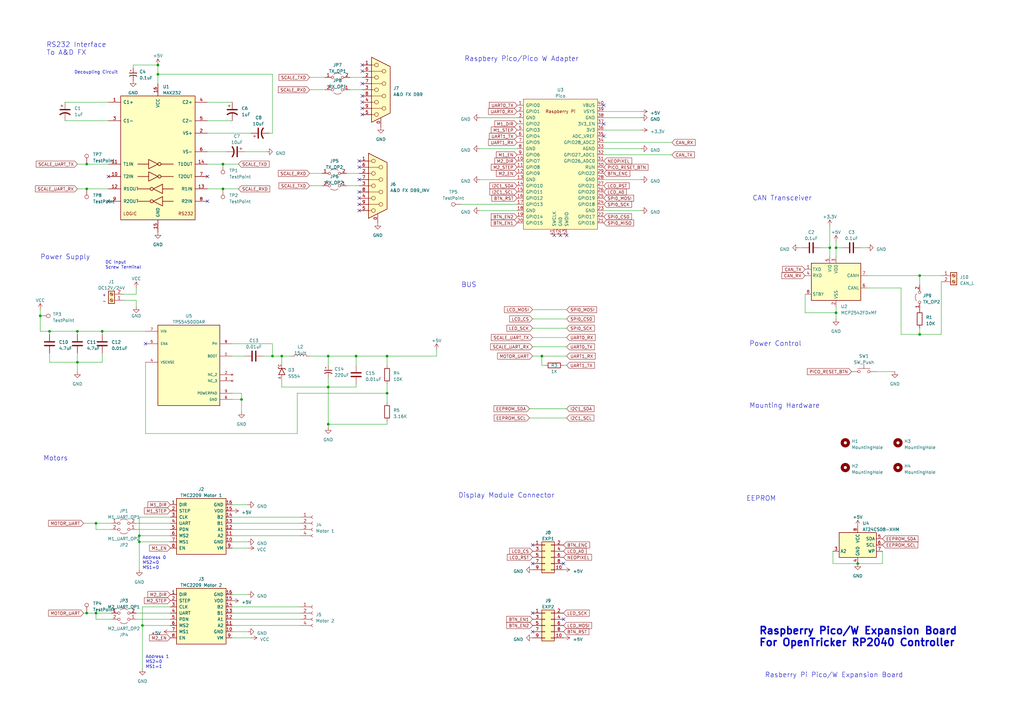
<source format=kicad_sch>
(kicad_sch (version 20230121) (generator eeschema)
  (paper "A3")
  (junction (at 222.25 146.05))
  (junction (at 351.79 231.14))
  (junction (at 158.75 161.29))
  (junction (at 58.42 256.54))
  (junction (at 134.62 173.99))
  (junction (at 35.56 77.47))
  (junction (at 91.44 77.47))
  (junction (at 57.15 222.25))
  (junction (at 134.62 158.75))
  (junction (at 35.56 251.46))
  (junction (at 99.06 163.83))
  (junction (at 340.36 101.6))
  (junction (at 31.75 135.89))
  (junction (at 41.91 135.89))
  (junction (at 146.05 146.05))
  (junction (at 158.75 146.05))
  (junction (at 39.37 251.46))
  (junction (at 377.19 137.16))
  (junction (at 111.76 146.05))
  (junction (at 342.9 101.6))
  (junction (at 134.62 146.05))
  (junction (at 35.56 67.31))
  (junction (at 377.19 113.03))
  (junction (at 91.44 67.31))
  (junction (at 31.75 148.59))
  (junction (at 342.9 128.27))
  (junction (at 57.15 219.71))
  (junction (at 16.51 129.54))
  (junction (at 64.77 26.67))
  (junction (at 20.32 135.89))
  (junction (at 115.57 146.05))
  (junction (at 64.77 30.48))
  (junction (at 39.37 214.63))
  (no_connect (at 148.59 46.99))
  (no_connect (at 229.87 96.52))
  (no_connect (at 218.44 231.14))
  (no_connect (at 44.45 72.39))
  (no_connect (at 247.65 55.88))
  (no_connect (at 147.32 78.74))
  (no_connect (at 148.59 34.29))
  (no_connect (at 147.32 86.36))
  (no_connect (at 148.59 39.37))
  (no_connect (at 148.59 41.91))
  (no_connect (at 44.45 82.55))
  (no_connect (at 148.59 44.45))
  (no_connect (at 227.33 96.52))
  (no_connect (at 147.32 66.04))
  (no_connect (at 148.59 29.21))
  (no_connect (at 232.41 96.52))
  (no_connect (at 147.32 73.66))
  (no_connect (at 231.14 254))
  (no_connect (at 247.65 50.8))
  (no_connect (at 147.32 68.58))
  (no_connect (at 147.32 81.28))
  (no_connect (at 147.32 83.82))
  (no_connect (at 59.69 140.97))
  (no_connect (at 148.59 26.67))
  (no_connect (at 231.14 231.14))
  (no_connect (at 247.65 43.18))
  (no_connect (at 85.09 72.39))
  (no_connect (at 218.44 251.46))
  (no_connect (at 218.44 223.52))
  (no_connect (at 218.44 259.08))
  (no_connect (at 85.09 82.55))
  (wire (pts (xy 58.42 256.54) (xy 58.42 274.32)))
  (wire (pts (xy 26.67 41.91) (xy 44.45 41.91)))
  (wire (pts (xy 55.88 123.19) (xy 55.88 125.73)))
  (wire (pts (xy 101.6 224.79) (xy 95.25 224.79)))
  (wire (pts (xy 361.95 226.06) (xy 361.95 231.14)))
  (wire (pts (xy 134.62 158.75) (xy 134.62 173.99)))
  (wire (pts (xy 158.75 146.05) (xy 179.07 146.05)))
  (wire (pts (xy 262.89 60.96) (xy 247.65 60.96)))
  (wire (pts (xy 218.44 130.81) (xy 232.41 130.81)))
  (wire (pts (xy 359.41 152.4) (xy 367.03 152.4)))
  (wire (pts (xy 232.41 142.24) (xy 218.44 142.24)))
  (wire (pts (xy 341.63 226.06) (xy 341.63 231.14)))
  (wire (pts (xy 34.29 251.46) (xy 35.56 251.46)))
  (wire (pts (xy 95.25 214.63) (xy 123.19 214.63)))
  (wire (pts (xy 134.62 154.94) (xy 134.62 158.75)))
  (wire (pts (xy 50.8 120.65) (xy 55.88 120.65)))
  (wire (pts (xy 111.76 146.05) (xy 115.57 146.05)))
  (wire (pts (xy 95.25 212.09) (xy 123.19 212.09)))
  (wire (pts (xy 134.62 146.05) (xy 146.05 146.05)))
  (wire (pts (xy 54.61 26.67) (xy 64.77 26.67)))
  (wire (pts (xy 196.85 73.66) (xy 212.09 73.66)))
  (wire (pts (xy 59.69 148.59) (xy 59.69 177.8)))
  (wire (pts (xy 39.37 254) (xy 39.37 251.46)))
  (wire (pts (xy 355.6 118.11) (xy 369.57 118.11)))
  (wire (pts (xy 85.09 54.61) (xy 102.87 54.61)))
  (wire (pts (xy 31.75 135.89) (xy 41.91 135.89)))
  (wire (pts (xy 342.9 101.6) (xy 345.44 101.6)))
  (wire (pts (xy 143.51 36.83) (xy 148.59 36.83)))
  (wire (pts (xy 20.32 144.78) (xy 20.32 148.59)))
  (wire (pts (xy 369.57 118.11) (xy 369.57 137.16)))
  (wire (pts (xy 101.6 243.84) (xy 95.25 243.84)))
  (wire (pts (xy 69.85 256.54) (xy 58.42 256.54)))
  (wire (pts (xy 115.57 146.05) (xy 115.57 149.86)))
  (wire (pts (xy 341.63 231.14) (xy 351.79 231.14)))
  (wire (pts (xy 85.09 41.91) (xy 95.25 41.91)))
  (wire (pts (xy 55.88 120.65) (xy 55.88 118.11)))
  (wire (pts (xy 222.25 146.05) (xy 232.41 146.05)))
  (wire (pts (xy 386.08 115.57) (xy 386.08 137.16)))
  (wire (pts (xy 45.72 217.17) (xy 39.37 217.17)))
  (wire (pts (xy 20.32 148.59) (xy 31.75 148.59)))
  (wire (pts (xy 95.25 256.54) (xy 123.19 256.54)))
  (wire (pts (xy 41.91 135.89) (xy 41.91 137.16)))
  (wire (pts (xy 35.56 77.47) (xy 44.45 77.47)))
  (wire (pts (xy 55.88 214.63) (xy 69.85 214.63)))
  (wire (pts (xy 20.32 135.89) (xy 20.32 137.16)))
  (wire (pts (xy 342.9 101.6) (xy 342.9 105.41)))
  (wire (pts (xy 340.36 92.71) (xy 340.36 101.6)))
  (wire (pts (xy 115.57 154.94) (xy 115.57 158.75)))
  (wire (pts (xy 102.87 261.62) (xy 95.25 261.62)))
  (wire (pts (xy 54.61 27.94) (xy 54.61 26.67)))
  (wire (pts (xy 55.88 254) (xy 69.85 254)))
  (wire (pts (xy 95.25 163.83) (xy 99.06 163.83)))
  (wire (pts (xy 39.37 214.63) (xy 45.72 214.63)))
  (wire (pts (xy 369.57 137.16) (xy 377.19 137.16)))
  (wire (pts (xy 107.95 146.05) (xy 111.76 146.05)))
  (wire (pts (xy 100.33 62.23) (xy 109.22 62.23)))
  (wire (pts (xy 179.07 146.05) (xy 179.07 143.51)))
  (wire (pts (xy 158.75 157.48) (xy 158.75 161.29)))
  (wire (pts (xy 111.76 140.97) (xy 111.76 146.05)))
  (wire (pts (xy 115.57 146.05) (xy 119.38 146.05)))
  (wire (pts (xy 35.56 251.46) (xy 39.37 251.46)))
  (wire (pts (xy 95.25 222.25) (xy 101.6 222.25)))
  (wire (pts (xy 85.09 49.53) (xy 95.25 49.53)))
  (wire (pts (xy 218.44 138.43) (xy 232.41 138.43)))
  (wire (pts (xy 355.6 113.03) (xy 377.19 113.03)))
  (wire (pts (xy 146.05 146.05) (xy 146.05 149.86)))
  (wire (pts (xy 58.42 248.92) (xy 58.42 256.54)))
  (wire (pts (xy 127 146.05) (xy 134.62 146.05)))
  (wire (pts (xy 361.95 231.14) (xy 351.79 231.14)))
  (wire (pts (xy 342.9 125.73) (xy 342.9 128.27)))
  (wire (pts (xy 111.76 54.61) (xy 111.76 30.48)))
  (wire (pts (xy 377.19 137.16) (xy 377.19 134.62)))
  (wire (pts (xy 26.67 49.53) (xy 44.45 49.53)))
  (wire (pts (xy 20.32 135.89) (xy 31.75 135.89)))
  (wire (pts (xy 330.2 120.65) (xy 330.2 128.27)))
  (wire (pts (xy 16.51 127) (xy 16.51 129.54)))
  (wire (pts (xy 16.51 129.54) (xy 16.51 135.89)))
  (wire (pts (xy 158.75 161.29) (xy 158.75 165.1)))
  (wire (pts (xy 143.51 31.75) (xy 148.59 31.75)))
  (wire (pts (xy 69.85 212.09) (xy 57.15 212.09)))
  (wire (pts (xy 353.06 101.6) (xy 355.6 101.6)))
  (wire (pts (xy 327.66 101.6) (xy 328.93 101.6)))
  (wire (pts (xy 231.14 149.86) (xy 232.41 149.86)))
  (wire (pts (xy 222.25 146.05) (xy 222.25 149.86)))
  (wire (pts (xy 146.05 157.48) (xy 146.05 158.75)))
  (wire (pts (xy 95.25 251.46) (xy 123.19 251.46)))
  (wire (pts (xy 275.59 58.42) (xy 247.65 58.42)))
  (wire (pts (xy 95.25 259.08) (xy 101.6 259.08)))
  (wire (pts (xy 196.85 60.96) (xy 212.09 60.96)))
  (wire (pts (xy 275.59 63.5) (xy 247.65 63.5)))
  (wire (pts (xy 97.79 67.31) (xy 91.44 67.31)))
  (wire (pts (xy 95.25 217.17) (xy 123.19 217.17)))
  (wire (pts (xy 39.37 217.17) (xy 39.37 214.63)))
  (wire (pts (xy 50.8 123.19) (xy 55.88 123.19)))
  (wire (pts (xy 342.9 99.06) (xy 342.9 101.6)))
  (wire (pts (xy 262.89 86.36) (xy 247.65 86.36)))
  (wire (pts (xy 99.06 161.29) (xy 99.06 163.83)))
  (wire (pts (xy 134.62 146.05) (xy 134.62 149.86)))
  (wire (pts (xy 69.85 248.92) (xy 58.42 248.92)))
  (wire (pts (xy 59.69 177.8) (xy 121.92 177.8)))
  (wire (pts (xy 69.85 219.71) (xy 57.15 219.71)))
  (wire (pts (xy 330.2 128.27) (xy 342.9 128.27)))
  (wire (pts (xy 95.25 254) (xy 123.19 254)))
  (wire (pts (xy 41.91 148.59) (xy 31.75 148.59)))
  (wire (pts (xy 336.55 101.6) (xy 340.36 101.6)))
  (wire (pts (xy 262.89 53.34) (xy 247.65 53.34)))
  (wire (pts (xy 127 36.83) (xy 133.35 36.83)))
  (wire (pts (xy 142.24 71.12) (xy 147.32 71.12)))
  (wire (pts (xy 196.85 48.26) (xy 212.09 48.26)))
  (wire (pts (xy 41.91 135.89) (xy 59.69 135.89)))
  (wire (pts (xy 110.49 54.61) (xy 111.76 54.61)))
  (wire (pts (xy 217.17 171.45) (xy 232.41 171.45)))
  (wire (pts (xy 158.75 173.99) (xy 134.62 173.99)))
  (wire (pts (xy 223.52 149.86) (xy 222.25 149.86)))
  (wire (pts (xy 121.92 177.8) (xy 121.92 161.29)))
  (wire (pts (xy 16.51 135.89) (xy 20.32 135.89)))
  (wire (pts (xy 121.92 161.29) (xy 158.75 161.29)))
  (wire (pts (xy 85.09 62.23) (xy 92.71 62.23)))
  (wire (pts (xy 218.44 134.62) (xy 232.41 134.62)))
  (wire (pts (xy 158.75 172.72) (xy 158.75 173.99)))
  (wire (pts (xy 262.89 48.26) (xy 247.65 48.26)))
  (wire (pts (xy 127 76.2) (xy 132.08 76.2)))
  (wire (pts (xy 111.76 30.48) (xy 64.77 30.48)))
  (wire (pts (xy 101.6 207.01) (xy 95.25 207.01)))
  (wire (pts (xy 57.15 212.09) (xy 57.15 219.71)))
  (wire (pts (xy 377.19 113.03) (xy 377.19 116.84)))
  (wire (pts (xy 142.24 76.2) (xy 147.32 76.2)))
  (wire (pts (xy 41.91 144.78) (xy 41.91 148.59)))
  (wire (pts (xy 95.25 248.92) (xy 123.19 248.92)))
  (wire (pts (xy 342.9 128.27) (xy 342.9 130.81)))
  (wire (pts (xy 64.77 26.67) (xy 64.77 30.48)))
  (wire (pts (xy 57.15 222.25) (xy 69.85 222.25)))
  (wire (pts (xy 189.23 83.82) (xy 212.09 83.82)))
  (wire (pts (xy 386.08 137.16) (xy 377.19 137.16)))
  (wire (pts (xy 95.25 140.97) (xy 111.76 140.97)))
  (wire (pts (xy 377.19 113.03) (xy 386.08 113.03)))
  (wire (pts (xy 31.75 148.59) (xy 31.75 152.4)))
  (wire (pts (xy 34.29 214.63) (xy 39.37 214.63)))
  (wire (pts (xy 127 71.12) (xy 132.08 71.12)))
  (wire (pts (xy 127 31.75) (xy 133.35 31.75)))
  (wire (pts (xy 31.75 135.89) (xy 31.75 137.16)))
  (wire (pts (xy 45.72 254) (xy 39.37 254)))
  (wire (pts (xy 91.44 67.31) (xy 85.09 67.31)))
  (wire (pts (xy 55.88 217.17) (xy 69.85 217.17)))
  (wire (pts (xy 99.06 163.83) (xy 99.06 168.91)))
  (wire (pts (xy 97.79 77.47) (xy 91.44 77.47)))
  (wire (pts (xy 146.05 158.75) (xy 134.62 158.75)))
  (wire (pts (xy 64.77 30.48) (xy 64.77 34.29)))
  (wire (pts (xy 340.36 101.6) (xy 340.36 105.41)))
  (wire (pts (xy 95.25 146.05) (xy 100.33 146.05)))
  (wire (pts (xy 196.85 86.36) (xy 212.09 86.36)))
  (wire (pts (xy 146.05 146.05) (xy 158.75 146.05)))
  (wire (pts (xy 218.44 146.05) (xy 222.25 146.05)))
  (wire (pts (xy 158.75 146.05) (xy 158.75 149.86)))
  (wire (pts (xy 31.75 144.78) (xy 31.75 148.59)))
  (wire (pts (xy 31.75 77.47) (xy 35.56 77.47)))
  (wire (pts (xy 134.62 173.99) (xy 134.62 175.26)))
  (wire (pts (xy 95.25 219.71) (xy 123.19 219.71)))
  (wire (pts (xy 218.44 127) (xy 232.41 127)))
  (wire (pts (xy 57.15 222.25) (xy 57.15 233.68)))
  (wire (pts (xy 91.44 77.47) (xy 85.09 77.47)))
  (wire (pts (xy 95.25 161.29) (xy 99.06 161.29)))
  (wire (pts (xy 115.57 158.75) (xy 134.62 158.75)))
  (wire (pts (xy 217.17 167.64) (xy 232.41 167.64)))
  (wire (pts (xy 262.89 73.66) (xy 247.65 73.66)))
  (wire (pts (xy 31.75 67.31) (xy 35.56 67.31)))
  (wire (pts (xy 57.15 219.71) (xy 57.15 222.25)))
  (wire (pts (xy 262.89 45.72) (xy 247.65 45.72)))
  (wire (pts (xy 35.56 67.31) (xy 44.45 67.31)))
  (wire (pts (xy 39.37 251.46) (xy 45.72 251.46)))
  (wire (pts (xy 55.88 251.46) (xy 69.85 251.46)))
  (text "Motors" (at 17.78 189.23 0) (effects (font (size 2 2)) (justify left bottom)))
  (text "Address 1\nMS2=0\nMS1=1" (at 59.69 274.32 0) (effects (font (size 1.27 1.27)) (justify left bottom)))
  (text "BUS" (at 189.23 118.11 0) (effects (font (size 2 2)) (justify left bottom)))
  (text "Mounting Hardware" (at 307.34 167.64 0) (effects (font (size 2 2)) (justify left bottom)))
  (text "EEPROM" (at 306.07 205.74 0) (effects (font (size 2 2)) (justify left bottom)))
  (text "Display Module Connector" (at 187.96 204.47 0) (effects (font (size 2 2)) (justify left bottom)))
  (text "Raspberry Pico/W Expansion Board\nFor OpenTricker RP2040 Controller" (at 311.15 265.43 0) (effects (font (size 3 3) (thickness 0.6) bold) (justify left bottom)))
  (text "Decoupling Circuit" (at 30.48 30.48 0) (effects (font (size 1.27 1.27)) (justify left bottom)))
  (text "DC Input\nScrew Terminal" (at 43.18 110.49 0) (effects (font (size 1.27 1.27)) (justify left bottom)))
  (text "RS232 Interface\nTo A&D FX" (at 19.05 22.86 0) (effects (font (size 2 2)) (justify left bottom)))
  (text "Power Supply" (at 16.51 106.68 0) (effects (font (size 2 2)) (justify left bottom)))
  (text "Rasberry Pi Pico/W Expansion Board" (at 313.69 278.13 0) (effects (font (size 2 2)) (justify left bottom)))
  (text "Power Control" (at 307.34 142.24 0) (effects (font (size 2 2)) (justify left bottom)))
  (text "+" (at 41.91 121.92 0) (effects (font (size 1.27 1.27)) (justify left bottom)))
  (text "CAN Transceiver" (at 308.61 82.55 0) (effects (font (size 2 2)) (justify left bottom)))
  (text "Raspbery Pico/Pico W Adapter" (at 190.5 25.4 0) (effects (font (size 2 2)) (justify left bottom)))
  (text "-" (at 41.91 124.46 0) (effects (font (size 1.27 1.27)) (justify left bottom)))
  (text "Address 0\nMS2=0\nMS1=0" (at 58.42 233.68 0) (effects (font (size 1.27 1.27)) (justify left bottom)))
  (global_label "EEPROM_SDA" (shape input) (at 217.17 167.64 180) (property "Intersheetrefs" "${INTERSHEET_REFS}" (effects hide)))
  (global_label "MOTOR_UART" (shape input) (at 218.44 146.05 180) (property "Intersheetrefs" "${INTERSHEET_REFS}" (effects hide)))
  (global_label "LCD_A0" (shape input) (at 247.65 78.74 0) (property "Intersheetrefs" "${INTERSHEET_REFS}" (effects hide)))
  (global_label "SCALE_UART_TX" (shape input) (at 31.75 67.31 180) (property "Intersheetrefs" "${INTERSHEET_REFS}" (effects hide)))
  (global_label "BTN_EN2" (shape input) (at 218.44 256.54 180) (property "Intersheetrefs" "${INTERSHEET_REFS}" (effects hide)))
  (global_label "M1_EN" (shape input) (at 69.85 224.79 180) (property "Intersheetrefs" "${INTERSHEET_REFS}" (effects hide)))
  (global_label "SCALE_TXD" (shape input) (at 97.79 67.31 0) (property "Intersheetrefs" "${INTERSHEET_REFS}" (effects hide)))
  (global_label "MOTOR_UART" (shape input) (at 34.29 214.63 180) (property "Intersheetrefs" "${INTERSHEET_REFS}" (effects hide)))
  (global_label "BTN_EN1" (shape input) (at 218.44 254 180) (property "Intersheetrefs" "${INTERSHEET_REFS}" (effects hide)))
  (global_label "BTN_RST" (shape input) (at 231.14 259.08 0) (property "Intersheetrefs" "${INTERSHEET_REFS}" (effects hide)))
  (global_label "UART1_RX" (shape input) (at 212.09 58.42 180) (property "Intersheetrefs" "${INTERSHEET_REFS}" (effects hide)))
  (global_label "M2_STEP" (shape input) (at 69.85 246.38 180) (property "Intersheetrefs" "${INTERSHEET_REFS}" (effects hide)))
  (global_label "CAN_RX" (shape input) (at 275.59 58.42 0) (property "Intersheetrefs" "${INTERSHEET_REFS}" (effects hide)))
  (global_label "EEPROM_SCL" (shape input) (at 217.17 171.45 180) (property "Intersheetrefs" "${INTERSHEET_REFS}" (effects hide)))
  (global_label "LCD_CS" (shape input) (at 218.44 226.06 180) (property "Intersheetrefs" "${INTERSHEET_REFS}" (effects hide)))
  (global_label "LCD_MOSI" (shape input) (at 218.44 127 180) (property "Intersheetrefs" "${INTERSHEET_REFS}" (effects hide)))
  (global_label "UART1_RX" (shape input) (at 232.41 146.05 0) (property "Intersheetrefs" "${INTERSHEET_REFS}" (effects hide)))
  (global_label "PICO_RESET_BTN" (shape input) (at 247.65 68.58 0) (property "Intersheetrefs" "${INTERSHEET_REFS}" (effects hide)))
  (global_label "SPI0_MOSI" (shape input) (at 247.65 81.28 0) (property "Intersheetrefs" "${INTERSHEET_REFS}" (effects hide)))
  (global_label "LCD_A0" (shape input) (at 231.14 226.06 0) (property "Intersheetrefs" "${INTERSHEET_REFS}" (effects hide)))
  (global_label "M2_EN" (shape input) (at 69.85 261.62 180) (property "Intersheetrefs" "${INTERSHEET_REFS}" (effects hide)))
  (global_label "LCD_MOSI" (shape input) (at 231.14 256.54 0) (property "Intersheetrefs" "${INTERSHEET_REFS}" (effects hide)))
  (global_label "M1_STEP" (shape input) (at 69.85 209.55 180) (property "Intersheetrefs" "${INTERSHEET_REFS}" (effects hide)))
  (global_label "BTN_EN2" (shape input) (at 212.09 88.9 180) (property "Intersheetrefs" "${INTERSHEET_REFS}" (effects hide)))
  (global_label "SCALE_UART_TX" (shape input) (at 218.44 138.43 180) (property "Intersheetrefs" "${INTERSHEET_REFS}" (effects hide)))
  (global_label "I2C1_SDA" (shape input) (at 212.09 76.2 180) (property "Intersheetrefs" "${INTERSHEET_REFS}" (effects hide)))
  (global_label "M1_EN" (shape input) (at 212.09 63.5 180) (property "Intersheetrefs" "${INTERSHEET_REFS}" (effects hide)))
  (global_label "SCALE_TXD" (shape input) (at 127 31.75 180) (property "Intersheetrefs" "${INTERSHEET_REFS}" (effects hide)))
  (global_label "M2_EN" (shape input) (at 212.09 71.12 180) (property "Intersheetrefs" "${INTERSHEET_REFS}" (effects hide)))
  (global_label "LCD_RST" (shape input) (at 247.65 76.2 0) (property "Intersheetrefs" "${INTERSHEET_REFS}" (effects hide)))
  (global_label "LED_SCK" (shape input) (at 231.14 251.46 0) (property "Intersheetrefs" "${INTERSHEET_REFS}" (effects hide)))
  (global_label "I2C1_SDA" (shape input) (at 232.41 167.64 0) (property "Intersheetrefs" "${INTERSHEET_REFS}" (effects hide)))
  (global_label "SPI0_CS0" (shape input) (at 232.41 130.81 0) (property "Intersheetrefs" "${INTERSHEET_REFS}" (effects hide)))
  (global_label "SPI0_CS0" (shape input) (at 247.65 88.9 0) (property "Intersheetrefs" "${INTERSHEET_REFS}" (effects hide)))
  (global_label "SCALE_UART_RX" (shape input) (at 31.75 77.47 180) (property "Intersheetrefs" "${INTERSHEET_REFS}" (effects hide)))
  (global_label "M2_DIR" (shape input) (at 69.85 243.84 180) (property "Intersheetrefs" "${INTERSHEET_REFS}" (effects hide)))
  (global_label "BTN_ENC" (shape input) (at 247.65 71.12 0) (property "Intersheetrefs" "${INTERSHEET_REFS}" (effects hide)))
  (global_label "SPI0_SCK" (shape input) (at 232.41 134.62 0) (property "Intersheetrefs" "${INTERSHEET_REFS}" (effects hide)))
  (global_label "NEOPIXEL" (shape input) (at 231.14 228.6 0) (property "Intersheetrefs" "${INTERSHEET_REFS}" (effects hide)))
  (global_label "CAN_RX" (shape input) (at 330.2 113.03 180) (property "Intersheetrefs" "${INTERSHEET_REFS}" (effects hide)))
  (global_label "M2_STEP" (shape input) (at 212.09 68.58 180) (property "Intersheetrefs" "${INTERSHEET_REFS}" (effects hide)))
  (global_label "SPI0_MOSI" (shape input) (at 232.41 127 0) (property "Intersheetrefs" "${INTERSHEET_REFS}" (effects hide)))
  (global_label "UART0_TX" (shape input) (at 212.09 43.18 180) (property "Intersheetrefs" "${INTERSHEET_REFS}" (effects hide)))
  (global_label "UART0_RX" (shape input) (at 232.41 138.43 0) (property "Intersheetrefs" "${INTERSHEET_REFS}" (effects hide)))
  (global_label "LED_SCK" (shape input) (at 218.44 134.62 180) (property "Intersheetrefs" "${INTERSHEET_REFS}" (effects hide)))
  (global_label "CAN_TX" (shape input) (at 275.59 63.5 0) (property "Intersheetrefs" "${INTERSHEET_REFS}" (effects hide)))
  (global_label "EEPROM_SCL" (shape input) (at 361.95 223.52 0) (property "Intersheetrefs" "${INTERSHEET_REFS}" (effects hide)))
  (global_label "BTN_ENC" (shape input) (at 231.14 223.52 0) (property "Intersheetrefs" "${INTERSHEET_REFS}" (effects hide)))
  (global_label "SPI0_SCK" (shape input) (at 247.65 83.82 0) (property "Intersheetrefs" "${INTERSHEET_REFS}" (effects hide)))
  (global_label "I2C1_SCL" (shape input) (at 232.41 171.45 0) (property "Intersheetrefs" "${INTERSHEET_REFS}" (effects hide)))
  (global_label "NEOPIXEL" (shape input) (at 247.65 66.04 0) (property "Intersheetrefs" "${INTERSHEET_REFS}" (effects hide)))
  (global_label "CAN_TX" (shape input) (at 330.2 110.49 180) (property "Intersheetrefs" "${INTERSHEET_REFS}" (effects hide)))
  (global_label "LCD_CS" (shape input) (at 218.44 130.81 180) (property "Intersheetrefs" "${INTERSHEET_REFS}" (effects hide)))
  (global_label "UART1_TX" (shape input) (at 232.41 149.86 0) (property "Intersheetrefs" "${INTERSHEET_REFS}" (effects hide)))
  (global_label "SCALE_RXD" (shape input) (at 97.79 77.47 0) (property "Intersheetrefs" "${INTERSHEET_REFS}" (effects hide)))
  (global_label "BTN_EN1" (shape input) (at 212.09 91.44 180) (property "Intersheetrefs" "${INTERSHEET_REFS}" (effects hide)))
  (global_label "SCALE_RXD" (shape input) (at 127 36.83 180) (property "Intersheetrefs" "${INTERSHEET_REFS}" (effects hide)))
  (global_label "BTN_RST" (shape input) (at 212.09 81.28 180) (property "Intersheetrefs" "${INTERSHEET_REFS}" (effects hide)))
  (global_label "SCALE_RXD" (shape input) (at 127 71.12 180) (property "Intersheetrefs" "${INTERSHEET_REFS}" (effects hide)))
  (global_label "EEPROM_SDA" (shape input) (at 361.95 220.98 0) (property "Intersheetrefs" "${INTERSHEET_REFS}" (effects hide)))
  (global_label "SCALE_UART_RX" (shape input) (at 218.44 142.24 180) (property "Intersheetrefs" "${INTERSHEET_REFS}" (effects hide)))
  (global_label "LCD_RST" (shape input) (at 218.44 228.6 180) (property "Intersheetrefs" "${INTERSHEET_REFS}" (effects hide)))
  (global_label "UART0_TX" (shape input) (at 232.41 142.24 0) (property "Intersheetrefs" "${INTERSHEET_REFS}" (effects hide)))
  (global_label "M1_DIR" (shape input) (at 212.09 50.8 180) (property "Intersheetrefs" "${INTERSHEET_REFS}" (effects hide)))
  (global_label "UART1_TX" (shape input) (at 212.09 55.88 180) (property "Intersheetrefs" "${INTERSHEET_REFS}" (effects hide)))
  (global_label "SPI0_MISO" (shape input) (at 247.65 91.44 0) (property "Intersheetrefs" "${INTERSHEET_REFS}" (effects hide)))
  (global_label "UART0_RX" (shape input) (at 212.09 45.72 180) (property "Intersheetrefs" "${INTERSHEET_REFS}" (effects hide)))
  (global_label "PICO_RESET_BTN" (shape input) (at 349.25 152.4 180) (property "Intersheetrefs" "${INTERSHEET_REFS}" (effects hide)))
  (global_label "M2_DIR" (shape input) (at 212.09 66.04 180) (property "Intersheetrefs" "${INTERSHEET_REFS}" (effects hide)))
  (global_label "MOTOR_UART" (shape input) (at 34.29 251.46 180) (property "Intersheetrefs" "${INTERSHEET_REFS}" (effects hide)))
  (global_label "M1_STEP" (shape input) (at 212.09 53.34 180) (property "Intersheetrefs" "${INTERSHEET_REFS}" (effects hide)))
  (global_label "M1_DIR" (shape input) (at 69.85 207.01 180) (property "Intersheetrefs" "${INTERSHEET_REFS}" (effects hide)))
  (global_label "I2C1_SCL" (shape input) (at 212.09 78.74 180) (property "Intersheetrefs" "${INTERSHEET_REFS}" (effects hide)))
  (global_label "SCALE_TXD" (shape input) (at 127 76.2 180) (property "Intersheetrefs" "${INTERSHEET_REFS}" (effects hide)))
  (symbol (lib_id "power:GND") (at 101.6 222.25 90) (unit 1)
    (property "Reference" "#PWR016" (effects hide))
    (property "Value" "GND" (at 105.41 222.885 90) (effects (justify right)))
  )
  (symbol (lib_id "Jumper:Jumper_2_Open") (at 50.8 251.46 0) (unit 1)
    (property "Reference" "JP3" (at 50.8 246.38 0))
    (property "Value" "M2_UART_OP1" (at 50.8 248.92 0))
    (property "Footprint" "Connector_PinHeader_2.54mm:PinHeader_1x02_P2.54mm_Vertical" (effects hide))
  )
  (symbol (lib_id "Device:R") (at 377.19 130.81 0) (unit 1)
    (property "Reference" "R1" (at 379.73 130.175 0) (effects (justify left)))
    (property "Value" "10K" (at 379.73 132.715 0) (effects (justify left)))
    (property "Footprint" "Resistor_SMD:R_0805_2012Metric" (effects hide))
  )
  (symbol (lib_id "power:VCC") (at 102.87 261.62 270) (unit 1)
    (property "Reference" "#PWR014" (effects hide))
    (property "Value" "VCC" (at 106.68 262.255 90) (effects (justify left)))
  )
  (symbol (lib_id "Jumper:Jumper_2_Open") (at 137.16 71.12 0) (unit 1)
    (property "Reference" "JP5" (at 137.16 66.04 0))
    (property "Value" "TX_OP2" (at 137.16 68.58 0))
    (property "Footprint" "Connector_PinHeader_2.54mm:PinHeader_1x02_P2.54mm_Vertical" (effects hide))
  )
  (symbol (lib_id "power:GND") (at 351.79 231.14 0) (unit 1)
    (property "Reference" "#PWR040" (effects hide))
    (property "Value" "GND" (at 351.79 236.22 0))
  )
  (symbol (lib_id "Jumper:Jumper_2_Open") (at 50.8 214.63 0) (unit 1)
    (property "Reference" "JP1" (at 50.8 209.55 0))
    (property "Value" "M1_UART_OP1" (at 50.8 212.09 0))
    (property "Footprint" "Connector_PinHeader_2.54mm:PinHeader_1x02_P2.54mm_Vertical" (effects hide))
  )
  (symbol (lib_id "Device:C") (at 31.75 140.97 0) (unit 1)
    (property "Reference" "C11" (at 35.56 140.335 0) (effects (justify left)))
    (property "Value" "4.7uF" (at 35.56 142.875 0) (effects (justify left)))
    (property "Footprint" "Capacitor_SMD:C_0805_2012Metric" (effects hide))
  )
  (symbol (lib_id "Device:R") (at 158.75 153.67 0) (unit 1)
    (property "Reference" "R4" (at 161.29 153.035 0) (effects (justify left)))
    (property "Value" "10K" (at 161.29 155.575 0) (effects (justify left)))
    (property "Footprint" "Resistor_SMD:R_0805_2012Metric" (effects hide))
  )
  (symbol (lib_id "power:GND") (at 101.6 243.84 90) (unit 1)
    (property "Reference" "#PWR017" (effects hide))
    (property "Value" "GND" (at 105.41 244.475 90) (effects (justify right)))
  )
  (symbol (lib_id "Connector:Screw_Terminal_01x02") (at 45.72 123.19 180) (unit 1)
    (property "Reference" "J1" (at 45.72 115.57 0))
    (property "Value" "DC12V/24V" (at 45.72 118.11 0))
    (property "Footprint" "TerminalBlock:TerminalBlock_bornier-2_P5.08mm" (effects hide))
  )
  (symbol (lib_id "power:+5V") (at 231.14 233.68 270) (unit 1)
    (property "Reference" "#PWR031" (effects hide))
    (property "Value" "+5V" (at 234.95 234.315 90) (effects (justify left)))
  )
  (symbol (lib_id "power:VCC") (at 101.6 224.79 270) (unit 1)
    (property "Reference" "#PWR012" (effects hide))
    (property "Value" "VCC" (at 105.41 225.425 90) (effects (justify left)))
  )
  (symbol (lib_id "Connector:TestPoint") (at 35.56 67.31 0) (unit 1)
    (property "Reference" "TP7" (at 38.1 63.373 0) (effects (justify left)))
    (property "Value" "TestPoint" (at 38.1 65.913 0) (effects (justify left)))
    (property "Footprint" "TestPoint:TestPoint_Pad_2.0x2.0mm" (effects hide))
  )
  (symbol (lib_id "power:+5V") (at 179.07 143.51 0) (unit 1)
    (property "Reference" "#PWR045" (effects hide))
    (property "Value" "+5V" (at 179.07 139.7 0))
  )
  (symbol (lib_id "Device:C_Polarized_Small_US") (at 54.61 30.48 0) (unit 1)
    (property "Reference" "C4" (at 57.15 29.4132 0) (effects (justify left)))
    (property "Value" "0.1uF" (at 57.15 31.9532 0) (effects (justify left)))
    (property "Footprint" "Capacitor_SMD:C_0805_2012Metric" (effects hide))
  )
  (symbol (lib_id "power:GND") (at 58.42 274.32 0) (unit 1)
    (property "Reference" "#PWR07" (effects hide))
    (property "Value" "GND" (at 58.42 279.4 0))
  )
  (symbol (lib_id "Memory_EEPROM:AT24CS08-XHM") (at 351.79 223.52 0) (unit 1)
    (property "Reference" "U4" (at 353.7459 214.63 0) (effects (justify left)))
    (property "Value" "AT24CS08-XHM" (at 353.7459 217.17 0) (effects (justify left)))
    (property "Footprint" "Package_SO:TSSOP-8_4.4x3mm_P0.65mm" (effects hide))
    (property "Datasheet" "http://ww1.microchip.com/downloads/en/DeviceDoc/Atmel-8766-SEEPROM-AT24CS04-08-Datasheet.pdf" (effects hide))
  )
  (symbol (lib_id "power:GND") (at 134.62 175.26 0) (unit 1)
    (property "Reference" "#PWR046" (effects hide))
    (property "Value" "GND" (at 134.62 180.34 0))
  )
  (symbol (lib_id "Jumper:Jumper_2_Open") (at 137.16 76.2 180) (unit 1)
    (property "Reference" "JP6" (at 137.16 72.39 0))
    (property "Value" "RX_OP2" (at 137.16 74.93 0))
    (property "Footprint" "Connector_PinHeader_2.54mm:PinHeader_1x02_P2.54mm_Vertical" (effects hide))
  )
  (symbol (lib_id "power:GND") (at 342.9 130.81 0) (unit 1)
    (property "Reference" "#PWR02" (effects hide))
    (property "Value" "GND" (at 342.9 135.89 0))
  )
  (symbol (lib_id "power:GND") (at 101.6 259.08 90) (unit 1)
    (property "Reference" "#PWR018" (effects hide))
    (property "Value" "GND" (at 105.41 259.715 90) (effects (justify right)))
  )
  (symbol (lib_id "power:GND") (at 55.88 125.73 0) (unit 1)
    (property "Reference" "#PWR05" (effects hide))
    (property "Value" "GND" (at 55.88 129.54 0))
  )
  (symbol (lib_id "Connector:TestPoint") (at 189.23 83.82 90) (unit 1)
    (property "Reference" "TP5" (at 185.928 78.74 90))
    (property "Value" "TestPoint" (at 185.928 81.28 90))
    (property "Footprint" "TestPoint:TestPoint_Pad_2.0x2.0mm" (effects hide))
  )
  (symbol (lib_id "power:+5V") (at 64.77 26.67 0) (unit 1)
    (property "Reference" "#PWR08" (effects hide))
    (property "Value" "+5V" (at 64.77 22.86 0))
  )
  (symbol (lib_id "power:GND") (at 31.75 152.4 0) (unit 1)
    (property "Reference" "#PWR044" (effects hide))
    (property "Value" "GND" (at 31.75 157.48 0))
  )
  (symbol (lib_id "power:GND") (at 196.85 86.36 270) (unit 1)
    (property "Reference" "#PWR028" (effects hide))
    (property "Value" "GND" (at 193.04 86.995 90) (effects (justify right)))
  )
  (symbol (lib_id "Connector:Conn_01x04_Socket") (at 128.27 251.46 0) (unit 1)
    (property "Reference" "J5" (at 129.54 252.095 0) (effects (justify left)))
    (property "Value" "Motor 2" (at 129.54 254.635 0) (effects (justify left)))
    (property "Footprint" "Connector_JST:JST_XH_B4B-XH-AM_1x04_P2.50mm_Vertical" (effects hide))
  )
  (symbol (lib_id "Mechanical:MountingHole") (at 346.71 181.61 0) (unit 1)
    (property "Reference" "H1" (at 349.25 180.975 0) (effects (justify left)))
    (property "Value" "MountingHole" (at 349.25 183.515 0) (effects (justify left)))
    (property "Footprint" "MountingHole:MountingHole_3.2mm_M3_Pad_Via" (effects hide))
  )
  (symbol (lib_id "Jumper:Jumper_2_Open") (at 50.8 254 180) (unit 1)
    (property "Reference" "JP4" (at 50.8 260.35 0))
    (property "Value" "M2_UART_OP2" (at 50.8 257.81 0))
    (property "Footprint" "Connector_PinHeader_2.54mm:PinHeader_1x02_P2.54mm_Vertical" (effects hide))
  )
  (symbol (lib_id "power:+3.3V") (at 262.89 53.34 270) (unit 1)
    (property "Reference" "#PWR034" (effects hide))
    (property "Value" "+3.3V" (at 266.7 53.975 90) (effects (justify left)))
  )
  (symbol (lib_id "Connector:Screw_Terminal_01x02") (at 391.16 113.03 0) (unit 1)
    (property "Reference" "J10" (at 393.7 113.665 0) (effects (justify left)))
    (property "Value" "CAN_L" (at 393.7 116.205 0) (effects (justify left)))
    (property "Footprint" "TerminalBlock:TerminalBlock_bornier-2_P5.08mm" (effects hide))
  )
  (symbol (lib_id "power:GND") (at 99.06 168.91 0) (unit 1)
    (property "Reference" "#PWR047" (effects hide))
    (property "Value" "GND" (at 99.06 173.99 0))
  )
  (symbol (lib_id "power:GND") (at 64.77 95.25 0) (unit 1)
    (property "Reference" "#PWR09" (effects hide))
    (property "Value" "GND" (at 64.77 100.33 0))
  )
  (symbol (lib_id "Device:C_Polarized_Small_US") (at 134.62 152.4 0) (unit 1)
    (property "Reference" "C14" (at 137.16 151.3332 0) (effects (justify left)))
    (property "Value" "220uF" (at 137.16 153.8732 0) (effects (justify left)))
    (property "Footprint" "Capacitor_SMD:CP_Elec_10x10.5" (effects hide))
  )
  (symbol (lib_id "power:+5V") (at 95.25 209.55 270) (unit 1)
    (property "Reference" "#PWR011" (effects hide))
    (property "Value" "+5V" (at 99.06 210.185 90) (effects (justify left)))
  )
  (symbol (lib_id "Device:C") (at 20.32 140.97 0) (unit 1)
    (property "Reference" "C10" (at 24.13 140.335 0) (effects (justify left)))
    (property "Value" "4.7uF" (at 24.13 142.875 0) (effects (justify left)))
    (property "Footprint" "Capacitor_SMD:C_0805_2012Metric" (effects hide))
  )
  (symbol (lib_id "power:VCC") (at 55.88 118.11 0) (unit 1)
    (property "Reference" "#PWR04" (effects hide))
    (property "Value" "VCC" (at 55.88 114.3 0))
  )
  (symbol (lib_id "Connector_Generic:Conn_02x05_Odd_Even") (at 223.52 256.54 0) (unit 1)
    (property "Reference" "J9" (at 224.79 246.38 0))
    (property "Value" "EXP2" (at 224.79 248.92 0))
    (property "Footprint" "Connector_IDC:IDC-Header_2x05_P2.54mm_Vertical" (effects hide))
  )
  (symbol (lib_id "Jumper:Jumper_2_Open") (at 138.43 36.83 180) (unit 1)
    (property "Reference" "JP8" (at 138.43 33.02 0))
    (property "Value" "RX_OP1" (at 138.43 35.56 0))
    (property "Footprint" "Connector_PinHeader_2.54mm:PinHeader_1x02_P2.54mm_Vertical" (effects hide))
  )
  (symbol (lib_id "Connector:TestPoint") (at 35.56 77.47 180) (unit 1)
    (property "Reference" "TP8" (at 38.1 80.137 0) (effects (justify right)))
    (property "Value" "TestPoint" (at 38.1 82.677 0) (effects (justify right)))
    (property "Footprint" "TestPoint:TestPoint_Pad_2.0x2.0mm" (effects hide))
  )
  (symbol (lib_id "Connector:TestPoint") (at 91.44 77.47 180) (unit 1)
    (property "Reference" "TP2" (at 93.98 80.137 0) (effects (justify right)))
    (property "Value" "TestPoint" (at 93.98 82.677 0) (effects (justify right)))
    (property "Footprint" "TestPoint:TestPoint_Pad_2.0x2.0mm" (effects hide))
  )
  (symbol (lib_id "Device:R") (at 227.33 149.86 90) (unit 1)
    (property "Reference" "R3" (at 227.33 149.86 90))
    (property "Value" "1K" (at 227.33 152.4 90))
    (property "Footprint" "Resistor_SMD:R_0805_2012Metric" (effects hide))
  )
  (symbol (lib_id "power:GND") (at 262.89 60.96 90) (unit 1)
    (property "Reference" "#PWR036" (effects hide))
    (property "Value" "GND" (at 266.7 61.595 90) (effects (justify right)))
  )
  (symbol (lib_id "Device:R") (at 158.75 168.91 0) (unit 1)
    (property "Reference" "R5" (at 161.29 168.275 0) (effects (justify left)))
    (property "Value" "3.16K" (at 161.29 170.815 0) (effects (justify left)))
    (property "Footprint" "Resistor_SMD:R_0805_2012Metric" (effects hide))
  )
  (symbol (lib_id "Connector:TestPoint") (at 91.44 67.31 180) (unit 1)
    (property "Reference" "TP1" (at 93.98 69.977 0) (effects (justify right)))
    (property "Value" "TestPoint" (at 93.98 72.517 0) (effects (justify right)))
    (property "Footprint" "TestPoint:TestPoint_Pad_2.0x2.0mm" (effects hide))
  )
  (symbol (lib_id "Device:C") (at 349.25 101.6 90) (unit 1)
    (property "Reference" "C3" (at 349.25 95.25 90))
    (property "Value" "0.1uF" (at 349.25 97.79 90))
    (property "Footprint" "Capacitor_SMD:C_0805_2012Metric" (effects hide))
  )
  (symbol (lib_id "Device:L") (at 123.19 146.05 90) (unit 1)
    (property "Reference" "L2" (at 123.19 142.24 90))
    (property "Value" "15uH" (at 123.19 144.78 90))
    (property "Footprint" "Inductor_SMD:L_Vishay_IHLP-4040" (effects hide))
  )
  (symbol (lib_id "SS54:SS54") (at 115.57 152.4 90) (unit 1)
    (property "Reference" "D3" (at 118.11 151.765 90) (effects (justify right)))
    (property "Value" "SS54" (at 118.11 154.305 90) (effects (justify right)))
    (property "Footprint" "DO-214AC" (effects hide))
  )
  (symbol (lib_id "power:GND") (at 154.94 91.44 0) (unit 1)
    (property "Reference" "#PWR042" (effects hide))
    (property "Value" "GND" (at 154.94 96.52 0))
  )
  (symbol (lib_id "power:GND") (at 367.03 152.4 0) (unit 1)
    (property "Reference" "#PWR01" (effects hide))
    (property "Value" "GND" (at 367.03 157.48 0))
  )
  (symbol (lib_id "power:GND") (at 196.85 73.66 270) (unit 1)
    (property "Reference" "#PWR027" (effects hide))
    (property "Value" "GND" (at 193.04 74.295 90) (effects (justify right)))
  )
  (symbol (lib_id "power:GND") (at 109.22 62.23 90) (unit 1)
    (property "Reference" "#PWR019" (effects hide))
    (property "Value" "GND" (at 113.03 62.865 90) (effects (justify right)))
  )
  (symbol (lib_id "Connector:Conn_01x04_Socket") (at 128.27 214.63 0) (unit 1)
    (property "Reference" "J4" (at 129.54 215.265 0) (effects (justify left)))
    (property "Value" "Motor 1" (at 129.54 217.805 0) (effects (justify left)))
    (property "Footprint" "Connector_JST:JST_XH_B4B-XH-AM_1x04_P2.50mm_Vertical" (effects hide))
  )
  (symbol (lib_id "Mechanical:MountingHole") (at 368.3 191.77 0) (unit 1)
    (property "Reference" "H4" (at 370.84 191.135 0) (effects (justify left)))
    (property "Value" "MountingHole" (at 370.84 193.675 0) (effects (justify left)))
    (property "Footprint" "MountingHole:MountingHole_3.2mm_M3_Pad_Via" (effects hide))
  )
  (symbol (lib_id "Connector:DE9_Receptacle_MountingHoles") (at 154.94 76.2 0) (unit 1)
    (property "Reference" "J6" (at 160.02 75.565 0) (effects (justify left)))
    (property "Value" "A&D FX DB9_INV" (at 160.02 78.105 0) (effects (justify left)))
    (property "Footprint" "Connector_Dsub:DSUB-9_Male_Horizontal_P2.77x2.84mm_EdgePinOffset7.70mm_Housed_MountingHolesOffset9.12mm" (effects hide))
    (property "Datasheet" " ~" (effects hide))
  )
  (symbol (lib_id "power:+5V") (at 95.25 246.38 270) (unit 1)
    (property "Reference" "#PWR013" (effects hide))
    (property "Value" "+5V" (at 99.06 247.015 90) (effects (justify left)))
  )
  (symbol (lib_id "fab:MotorDriver_StepStick_TMC2209") (at 82.55 214.63 0) (unit 1)
    (property "Reference" "J2" (at 82.55 200.66 0))
    (property "Value" "TMC2209 Motor 1" (at 82.55 203.2 0))
    (property "Footprint" "fab:Conn_StepStick" (effects hide))
  )
  (symbol (lib_id "Jumper:Jumper_2_Open") (at 50.8 217.17 180) (unit 1)
    (property "Reference" "JP2" (at 50.8 223.52 0))
    (property "Value" "M1_UART_OP2" (at 50.8 220.98 0))
    (property "Footprint" "Connector_PinHeader_2.54mm:PinHeader_1x02_P2.54mm_Vertical" (effects hide))
  )
  (symbol (lib_id "Interface_CAN_LIN:MCP2542FDxMF") (at 342.9 115.57 0) (unit 1)
    (property "Reference" "U2" (at 344.8559 125.73 0) (effects (justify left)))
    (property "Value" "MCP2542FDxMF" (at 344.8559 128.27 0) (effects (justify left)))
    (property "Footprint" "Package_DFN_QFN:DFN-8-1EP_3x3mm_P0.65mm_EP1.55x2.4mm" (effects hide))
    (property "Datasheet" "http://ww1.microchip.com/downloads/en/DeviceDoc/MCP2542FD-4FD-MCP2542WFD-4WFD-Data-Sheet20005514B.pdf" (effects hide))
  )
  (symbol (lib_id "power:GND") (at 57.15 233.68 0) (unit 1)
    (property "Reference" "#PWR06" (effects hide))
    (property "Value" "GND" (at 57.15 238.76 0))
  )
  (symbol (lib_id "Device:C_Polarized_US") (at 106.68 54.61 90) (unit 1)
    (property "Reference" "C8" (at 106.045 48.26 90))
    (property "Value" "10uF" (at 106.045 50.8 90))
    (property "Footprint" "Capacitor_SMD:C_0805_2012Metric" (effects hide))
  )
  (symbol (lib_id "Connector:TestPoint") (at 35.56 251.46 0) (unit 1)
    (property "Reference" "TP4" (at 38.1 247.523 0) (effects (justify left)))
    (property "Value" "TestPoint" (at 38.1 250.063 0) (effects (justify left)))
    (property "Footprint" "TestPoint:TestPoint_Pad_2.0x2.0mm" (effects hide))
  )
  (symbol (lib_id "power:GND") (at 196.85 48.26 270) (unit 1)
    (property "Reference" "#PWR025" (effects hide))
    (property "Value" "GND" (at 193.04 48.895 90) (effects (justify right)))
  )
  (symbol (lib_id "RPi_Pico:Pico") (at 229.87 67.31 0) (unit 1)
    (property "Reference" "U3" (at 229.87 36.83 0))
    (property "Value" "Pico" (at 229.87 39.37 0))
    (property "Footprint" "RPi_Pico:RPi_Pico_SMD_TH" (effects hide))
  )
  (symbol (lib_id "Jumper:Jumper_2_Open") (at 138.43 31.75 0) (unit 1)
    (property "Reference" "JP7" (at 138.43 26.67 0))
    (property "Value" "TX_OP1" (at 138.43 29.21 0))
    (property "Footprint" "Connector_PinHeader_2.54mm:PinHeader_1x02_P2.54mm_Vertical" (effects hide))
  )
  (symbol (lib_id "power:GND") (at 262.89 48.26 90) (unit 1)
    (property "Reference" "#PWR035" (effects hide))
    (property "Value" "GND" (at 266.7 48.895 90) (effects (justify right)))
  )
  (symbol (lib_id "TPS5450DDAR:TPS5450DDAR") (at 77.47 151.13 0) (unit 1)
    (property "Reference" "U5" (at 77.47 129.54 0))
    (property "Value" "TPS5450DDAR" (at 77.47 132.08 0))
    (property "Footprint" "CONV_TPS5450DDAR" (effects hide))
    (property "STANDARD" "Manufacturer Recommendations" (effects hide))
    (property "MANUFACTURER" "Texas Instruments" (effects hide))
    (property "PARTREV" "D" (effects hide))
    (property "MAXIMUM_PACKAGE_HEIGHT" "1.70 mm" (effects hide))
  )
  (symbol (lib_id "power:+5V") (at 262.89 45.72 270) (unit 1)
    (property "Reference" "#PWR033" (effects hide))
    (property "Value" "+5V" (at 266.7 46.355 90) (effects (justify left)))
  )
  (symbol (lib_id "Connector:TestPoint") (at 16.51 129.54 270) (unit 1)
    (property "Reference" "TP3" (at 21.59 128.905 90) (effects (justify left)))
    (property "Value" "TestPoint" (at 21.59 131.445 90) (effects (justify left)))
    (property "Footprint" "TestPoint:TestPoint_Pad_2.0x2.0mm" (effects hide))
  )
  (symbol (lib_id "Mechanical:MountingHole") (at 346.71 191.77 0) (unit 1)
    (property "Reference" "H2" (at 349.25 191.135 0) (effects (justify left)))
    (property "Value" "MountingHole" (at 349.25 193.675 0) (effects (justify left)))
    (property "Footprint" "MountingHole:MountingHole_3.2mm_M3_Pad_Via" (effects hide))
  )
  (symbol (lib_id "Switch:SW_Push") (at 354.33 152.4 0) (unit 1)
    (property "Reference" "SW1" (at 354.33 146.05 0))
    (property "Value" "SW_Push" (at 354.33 148.59 0))
    (property "Footprint" "Button_Switch_SMD:SW_Push_1P1T_NO_6x6mm_H9.5mm" (effects hide))
  )
  (symbol (lib_id "power:GND") (at 196.85 60.96 270) (unit 1)
    (property "Reference" "#PWR026" (effects hide))
    (property "Value" "GND" (at 193.04 61.595 90) (effects (justify right)))
  )
  (symbol (lib_id "power:+5V") (at 342.9 99.06 0) (unit 1)
    (property "Reference" "#PWR021" (effects hide))
    (property "Value" "+5V" (at 342.9 95.25 0))
  )
  (symbol (lib_id "power:GND") (at 327.66 101.6 270) (unit 1)
    (property "Reference" "#PWR023" (effects hide))
    (property "Value" "GND" (at 323.85 102.235 90) (effects (justify right)))
  )
  (symbol (lib_id "power:GND") (at 218.44 233.68 270) (unit 1)
    (property "Reference" "#PWR029" (effects hide))
    (property "Value" "GND" (at 214.63 234.315 90) (effects (justify right)))
  )
  (symbol (lib_id "Device:C") (at 104.14 146.05 90) (unit 1)
    (property "Reference" "C13" (at 104.14 139.7 90))
    (property "Value" "0.01uF" (at 104.14 142.24 90))
    (property "Footprint" "Capacitor_SMD:C_0805_2012Metric" (effects hide))
  )
  (symbol (lib_id "Connector:DE9_Receptacle_MountingHoles") (at 156.21 36.83 0) (unit 1)
    (property "Reference" "J7" (at 161.29 36.195 0) (effects (justify left)))
    (property "Value" "A&D FX DB9" (at 161.29 38.735 0) (effects (justify left)))
    (property "Footprint" "Connector_Dsub:DSUB-9_Male_Horizontal_P2.77x2.84mm_EdgePinOffset7.70mm_Housed_MountingHolesOffset9.12mm" (effects hide))
    (property "Datasheet" " ~" (effects hide))
  )
  (symbol (lib_id "power:+3.3V") (at 340.36 92.71 0) (unit 1)
    (property "Reference" "#PWR020" (effects hide))
    (property "Value" "+3.3V" (at 340.36 88.9 0))
  )
  (symbol (lib_id "Device:C_Polarized_US") (at 96.52 62.23 270) (unit 1)
    (property "Reference" "C7" (at 97.155 55.88 90))
    (property "Value" "10uF" (at 97.155 58.42 90))
    (property "Footprint" "Capacitor_SMD:C_0805_2012Metric" (effects hide))
  )
  (symbol (lib_id "Device:C") (at 146.05 153.67 0) (unit 1)
    (property "Reference" "C15" (at 149.86 153.035 0) (effects (justify left)))
    (property "Value" "0.01uF" (at 149.86 155.575 0) (effects (justify left)))
    (property "Footprint" "Capacitor_SMD:C_0805_2012Metric" (effects hide))
  )
  (symbol (lib_id "power:GND") (at 262.89 86.36 90) (unit 1)
    (property "Reference" "#PWR038" (effects hide))
    (property "Value" "GND" (at 266.7 86.995 90) (effects (justify right)))
  )
  (symbol (lib_id "Device:C") (at 332.74 101.6 90) (unit 1)
    (property "Reference" "C2" (at 332.74 95.25 90))
    (property "Value" "0.1uF" (at 332.74 97.79 90))
    (property "Footprint" "Capacitor_SMD:C_0805_2012Metric" (effects hide))
  )
  (symbol (lib_id "power:VCC") (at 16.51 127 0) (unit 1)
    (property "Reference" "#PWR043" (effects hide))
    (property "Value" "VCC" (at 16.51 123.19 0))
  )
  (symbol (lib_id "Device:C_Polarized_US") (at 26.67 45.72 0) (unit 1)
    (property "Reference" "C1" (at 30.48 44.45 0) (effects (justify left)))
    (property "Value" "1uF" (at 30.48 46.99 0) (effects (justify left)))
    (property "Footprint" "Capacitor_SMD:C_0805_2012Metric" (effects hide))
  )
  (symbol (lib_id "power:+5V") (at 351.79 215.9 0) (unit 1)
    (property "Reference" "#PWR039" (effects hide))
    (property "Value" "+5V" (at 351.79 212.09 0))
  )
  (symbol (lib_id "fab:MotorDriver_StepStick_TMC2209") (at 82.55 251.46 0) (unit 1)
    (property "Reference" "J3" (at 82.55 237.49 0))
    (property "Value" "TMC2209 Motor 2" (at 82.55 240.03 0))
    (property "Footprint" "fab:Conn_StepStick" (effects hide))
  )
  (symbol (lib_id "power:GND") (at 262.89 73.66 90) (unit 1)
    (property "Reference" "#PWR037" (effects hide))
    (property "Value" "GND" (at 266.7 74.295 90) (effects (justify right)))
  )
  (symbol (lib_id "Connector_Generic:Conn_02x05_Odd_Even") (at 223.52 228.6 0) (unit 1)
    (property "Reference" "J8" (at 224.79 218.44 0))
    (property "Value" "EXP1" (at 224.79 220.98 0))
    (property "Footprint" "Connector_IDC:IDC-Header_2x05_P2.54mm_Vertical" (effects hide))
  )
  (symbol (lib_id "power:GND") (at 218.44 261.62 270) (unit 1)
    (property "Reference" "#PWR030" (effects hide))
    (property "Value" "GND" (at 214.63 262.255 90) (effects (justify right)))
  )
  (symbol (lib_id "Device:C") (at 41.91 140.97 0) (unit 1)
    (property "Reference" "C12" (at 45.72 140.335 0) (effects (justify left)))
    (property "Value" "0.01uF" (at 45.72 142.875 0) (effects (justify left)))
    (property "Footprint" "Capacitor_SMD:C_0805_2012Metric" (effects hide))
  )
  (symbol (lib_id "power:GND") (at 54.61 33.02 0) (unit 1)
    (property "Reference" "#PWR03" (effects hide))
    (property "Value" "GND" (at 54.61 38.1 0))
  )
  (symbol (lib_id "Mechanical:MountingHole") (at 368.3 181.61 0) (unit 1)
    (property "Reference" "H3" (at 370.84 180.975 0) (effects (justify left)))
    (property "Value" "MountingHole" (at 370.84 183.515 0) (effects (justify left)))
    (property "Footprint" "MountingHole:MountingHole_3.2mm_M3_Pad_Via" (effects hide))
  )
  (symbol (lib_id "power:+5V") (at 69.85 259.08 90) (unit 1)
    (property "Reference" "#PWR010" (effects hide))
    (property "Value" "+5V" (at 66.04 259.715 90) (effects (justify left)))
  )
  (symbol (lib_id "Device:C_Polarized_US") (at 95.25 45.72 0) (unit 1)
    (property "Reference" "C6" (at 99.06 44.45 0) (effects (justify left)))
    (property "Value" "1uF" (at 99.06 46.99 0) (effects (justify left)))
    (property "Footprint" "Capacitor_SMD:C_0805_2012Metric" (effects hide))
  )
  (symbol (lib_id "power:GND") (at 355.6 101.6 90) (unit 1)
    (property "Reference" "#PWR022" (effects hide))
    (property "Value" "GND" (at 359.41 102.235 90) (effects (justify right)))
  )
  (symbol (lib_id "power:GND") (at 156.21 52.07 0) (unit 1)
    (property "Reference" "#PWR024" (effects hide))
    (property "Value" "GND" (at 156.21 57.15 0))
  )
  (symbol (lib_id "power:+5V") (at 231.14 261.62 270) (unit 1)
    (property "Reference" "#PWR032" (effects hide))
    (property "Value" "+5V" (at 234.95 262.255 90) (effects (justify left)))
  )
  (symbol (lib_id "Jumper:Jumper_2_Open") (at 377.19 121.92 90) (unit 1)
    (property "Reference" "JP9" (at 378.46 121.285 90) (effects (justify right)))
    (property "Value" "TX_OP2" (at 378.46 123.825 90) (effects (justify right)))
    (property "Footprint" "Connector_PinHeader_2.54mm:PinHeader_1x02_P2.54mm_Vertical" (effects hide))
  )
  (symbol (lib_id "power:GND") (at 101.6 207.01 90) (unit 1)
    (property "Reference" "#PWR015" (effects hide))
    (property "Value" "GND" (at 105.41 207.645 90) (effects (justify right)))
  )
  (symbol (lib_id "Interface_UART:MAX232") (at 64.77 64.77 0) (unit 1)
    (property "Reference" "U1" (at 66.7259 35.56 0) (effects (justify left)))
    (property "Value" "MAX232" (at 66.7259 38.1 0) (effects (justify left)))
    (property "Footprint" "Package_SO:SOIC-16_3.9x9.9mm_P1.27mm" (effects hide))
    (property "Datasheet" "http://www.ti.com/lit/ds/symlink/max232.pdf" (effects hide))
  )
)
</source>
